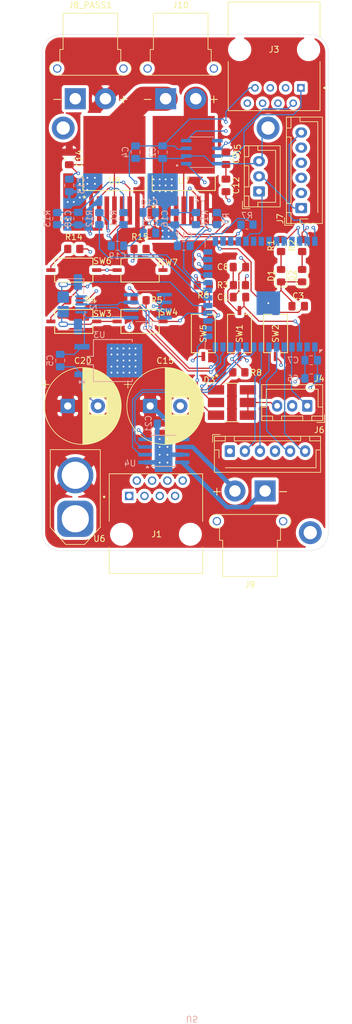
<source format=kicad_pcb>
(kicad_pcb (version 20240108) (generator "pcbnew") (generator_version "8.0")
  (layers (0 "F.Cu" signal) (1 "In1.Cu" signal) (2 "In2.Cu" signal) (31 "B.Cu" signal) (34 "B.Paste" user) (35 "F.Paste" user) (36 "B.SilkS" user "B.Silkscreen") (37 "F.SilkS" user "F.Silkscreen") (38 "B.Mask" user) (39 "F.Mask" user) (44 "Edge.Cuts" user))
  (net 0 "")
  (net 1 "GND")
  (net 2 "EN_PB")
  (net 3 "+5V")
  (net 4 "GPIO_0")
  (net 5 "+3.3V")
  (net 6 "+24V")
  (net 7 "J1+")
  (net 8 "J1-")
  (net 9 "Net-(U7-IS)")
  (net 10 "Net-(U7-SR)")
  (net 11 "Net-(U8-IS)")
  (net 12 "Net-(U8-SR)")
  (net 13 "Net-(D1-A)")
  (net 14 "Net-(D2-A)")
  (net 15 "LED_G")
  (net 16 "Net-(D3-Pad1)")
  (net 17 "LED_B")
  (net 20 "CANH")
  (net 21 "CANL")
  (net 25 "USB_P")
  (net 26 "USB_N")
  (net 31 "ENC_PWM_J0")
  (net 32 "ENC_PWM_J1")
  (net 33 "CS_ENC_J0")
  (net 34 "SCK")
  (net 35 "MOSI")
  (net 36 "MISO")
  (net 37 "J0-")
  (net 38 "J0+")
  (net 39 "LED_BUILDIN")
  (net 40 "PB_FWD_J0")
  (net 41 "PB_REV_J0")
  (net 42 "PB_CALIB")
  (net 43 "Net-(U7-IN)")
  (net 44 "J1_IN_1")
  (net 45 "LED_R")
  (net 46 "J1_EN_1")
  (net 47 "Net-(U7-EN_(INH))")
  (net 48 "Net-(U8-IN)")
  (net 49 "J1_IN_2")
  (net 50 "J1_EN_2")
  (net 51 "Net-(U8-EN_(INH))")
  (net 53 "RXC")
  (net 54 "TXC")
  (net 56 "J0_IN_2")
  (net 57 "J0_IN_1")
  (net 69 "PB_FWD_J1")
  (net 70 "PB_REV_J1")
  (footprint "Capacitor_SMD:C_0805_2012Metric_Pad1.18x1.45mm_HandSolder" (layer "F.Cu") (at 43 38.5 -90)
    (property "Reference" "C9")
    (property "Value" "220nF")
  )
  (footprint "LED_SMD:LED_0805_2012Metric_Pad1.15x1.40mm_HandSolder" (layer "F.Cu") (at 52.15 57.95 90)
    (property "Reference" "D1")
    (property "Value" "R")
  )
  (footprint "54601-908WPLF:AMPHENOL_54601-908WPLF" (layer "F.Cu") (at 51 20.5 180)
    (property "Reference" "J3")
    (property "Value" "RJ45")
  )
  (footprint "TS09_63_25_WT_160_SMT_TR:SW_TS09-63-25_CUD" (layer "F.Cu") (at 17.75 57.025 180)
    (property "Reference" "SW6")
    (property "Value" "TS09-63-25-WT-160-SMT-TR")
  )
  (footprint "TS09_63_25_WT_160_SMT_TR:SW_TS09-63-25_CUD" (layer "F.Cu") (at 39.25 67.525 90)
    (property "Reference" "SW5")
    (property "Value" "TS09-63-25-WT-160-SMT-TR")
  )
  (footprint "Resistor_SMD:R_0805_2012Metric_Pad1.20x1.40mm_HandSolder" (layer "F.Cu") (at 39.25 59.525 180)
    (property "Reference" "R6")
    (property "Value" "3.3")
  )
  (footprint "LED_SMD:LED_0805_2012Metric_Pad1.15x1.40mm_HandSolder" (layer "F.Cu") (at 55.65 57.95 90)
    (property "Reference" "D2")
    (property "Value" "R")
  )
  (footprint "Capacitor_SMD:C_0805_2012Metric_Pad1.18x1.45mm_HandSolder" (layer "F.Cu") (at 45.25 56.525)
    (property "Reference" "C8")
    (property "Value" "1uF")
  )
  (footprint "Resistor_SMD:R_0805_2012Metric_Pad1.20x1.40mm_HandSolder" (layer "F.Cu") (at 45.25 59.525 180)
    (property "Reference" "R3")
    (property "Value" "10K")
  )
  (footprint "Connector_JST:JST_XH_B6B-XH-AM_1x06_P2.50mm_Vertical" (layer "F.Cu") (at 43.65 87)
    (property "Reference" "J6")
    (property "Value" "~")
  )
  (footprint "Capacitor_SMD:C_0805_2012Metric_Pad1.18x1.45mm_HandSolder" (layer "F.Cu") (at 43 43 -90)
    (property "Reference" "C12")
    (property "Value" "220nF")
  )
  (footprint "Connector_AMASS:AMASS_XT60-M_1x02_P7.20mm_Vertical" (layer "F.Cu") (at 18 98.2 90)
    (property "Reference" "U6")
    (property "Value" "~")
  )
  (footprint "footprints:PG-TO263-7-1_INF-M" (layer "F.Cu") (at 36 39)
    (property "Reference" "U7")
    (property "Value" "BTN8962TA")
  )
  (footprint "TS09_63_25_WT_160_SMT_TR:SW_TS09-63-25_CUD" (layer "F.Cu") (at 28.75 57.025)
    (property "Reference" "SW7")
    (property "Value" "TS09-63-25-WT-160-SMT-TR")
  )
  (footprint "CLP6C-FKB-CKNPRGJBB7A363:CLP6C-FKB-CKNPRGJBB7A363_CRE" (layer "F.Cu") (at 44 78.95)
    (property "Reference" "D3")
    (property "Value" "CLP6C-FKB-CKNPRGJBB7A363")
  )
  (footprint "footprints:PG-TO263-7-1_INF-M" (layer "F.Cu") (at 24.5 39)
    (property "Reference" "U8")
    (property "Value" "BTN8962TA")
  )
  (footprint "Resistor_SMD:R_0805_2012Metric_Pad1.20x1.40mm_HandSolder" (layer "F.Cu") (at 17.75 53.525 180)
    (property "Reference" "R14")
    (property "Value" "3.3k")
  )
  (footprint "Connector_JST:JST_XH_B6B-XH-AM_1x06_P2.50mm_Vertical" (layer "F.Cu") (at 55.5 46.75 90)
    (property "Reference" "J7")
    (property "Value" "~")
  )
  (footprint "Connector_AMASS:AMASS_XT30PW-F_1x02_P2.50mm_Horizontal" (layer "F.Cu") (at 33 28.65)
    (property "Reference" "J10")
    (property "Value" "XT30PW-F")
  )
  (footprint "Resistor_SMD:R_0805_2012Metric_Pad1.20x1.40mm_HandSolder" (layer "F.Cu") (at 55.65 52.95 90)
    (property "Reference" "R2")
    (property "Value" "1k")
  )
  (footprint "TS09_63_25_WT_160_SMT_TR:SW_TS09-63-25_CUD" (layer "F.Cu") (at 45.25 67.525 90)
    (property "Reference" "SW1")
    (property "Value" "TS09-63-25-WT-160-SMT-TR")
  )
  (footprint "MountingHole:MountingHole_2.2mm_M2_DIN965_Pad_TopBottom" (layer "F.Cu") (at 56.999999 100.499999)
    (property "Reference" "H3" (hide yes))
    (property "Value" "MountingHole_Pad")
  )
  (footprint "Capacitor_THT:CP_Radial_D12.5mm_P5.00mm" (layer "F.Cu") (at 16.75 79.525)
    (property "Reference" "C20")
    (property "Value" "470uF")
  )
  (footprint "Capacitor_SMD:C_0805_2012Metric_Pad1.18x1.45mm_HandSolder" (layer "F.Cu") (at 17 38.5375 -90)
    (property "Reference" "C14")
    (property "Value" "220nF")
  )
  (footprint "Capacitor_SMD:C_0805_2012Metric_Pad1.18x1.45mm_HandSolder" (layer "F.Cu") (at 45.25 61.5)
    (property "Reference" "C1")
    (property "Value" "100nF")
  )
  (footprint "Capacitor_THT:CP_Radial_D12.5mm_P5.00mm" (layer "F.Cu") (at 30.426041 79.525)
    (property "Reference" "C15")
    (property "Value" "470uF")
  )
  (footprint "MountingHole:MountingHole_2.2mm_M2_DIN965_Pad_TopBottom" (layer "F.Cu") (at 16 33.5)
    (property "Reference" "H1" (hide yes))
    (property "Value" "MountingHole_Pad")
  )
  (footprint "TS09_63_25_WT_160_SMT_TR:SW_TS09-63-25_CUD" (layer "F.Cu") (at 28.75 65.525)
    (property "Reference" "SW4")
    (property "Value" "TS09-63-25-WT-160-SMT-TR")
  )
  (footprint "TS09_63_25_WT_160_SMT_TR:SW_TS09-63-25_CUD" (layer "F.Cu") (at 17.75 65.525 180)
    (property "Reference" "SW3")
    (property "Value" "TS09-63-25-WT-160-SMT-TR")
  )
  (footprint "Capacitor_SMD:C_0805_2012Metric_Pad1.18x1.45mm_HandSolder" (layer "F.Cu") (at 55 63)
    (property "Reference" "C3")
    (property "Value" "100nF")
  )
  (footprint "Resistor_SMD:R_0805_2012Metric_Pad1.20x1.40mm_HandSolder" (layer "F.Cu") (at 28.75 62.025 180)
    (property "Reference" "R5")
    (property "Value" "3.3k")
  )
  (footprint "MountingHole:MountingHole_2.2mm_M2_DIN965_Pad_TopBottom" (layer "F.Cu") (at 50 33.5)
    (property "Reference" "H2" (hide yes))
    (property "Value" "MountingHole_Pad")
  )
  (footprint "TS09_63_25_WT_160_SMT_TR:SW_TS09-63-25_CUD" (layer "F.Cu") (at 51.25 67.525 90)
    (property "Reference" "SW2")
    (property "Value" "TS09-63-25-WT-160-SMT-TR")
  )
  (footprint "A-2014-2-4-N-T-R:ASSMANN_A-2014-2-4-N-T-R" (layer "F.Cu") (at 31.3875 100.77)
    (property "Reference" "J1")
    (property "Value" "RJ45")
  )
  (footprint "Resistor_SMD:R_0805_2012Metric_Pad1.20x1.40mm_HandSolder" (layer "F.Cu") (at 28.75 53.525 180)
    (property "Reference" "R15")
    (property "Value" "3.3k")
  )
  (footprint "Resistor_SMD:R_0805_2012Metric_Pad1.20x1.40mm_HandSolder" (layer "F.Cu") (at 52.15 52.95 90)
    (property "Reference" "R1")
    (property "Value" "1k")
  )
  (footprint "Connector_AMASS:AMASS_XT30PW-F_1x02_P2.50mm_Horizontal" (layer "F.Cu") (at 18 28.65)
    (property "Reference" "J8_PASS1")
    (property "Value" "XT30PW-F")
  )
  (footprint "Connector_JST:JST_XH_B3B-XH-A_1x03_P2.50mm_Vertical" (layer "F.Cu") (at 56.5 79.5 180)
    (property "Reference" "J4")
    (property "Value" "B3B-XH-A_LF__SN_")
  )
  (footprint "Connector_AMASS:AMASS_XT30PW-F_1x02_P2.50mm_Horizontal" (layer "F.Cu") (at 49.5 93.6 180)
    (property "Reference" "J9")
    (property "Value" "XT30PW-F")
  )
  (footprint "Connector_JST:JST_XH_B3B-XH-A_1x03_P2.50mm_Vertical" (layer "F.Cu") (at 48.5 44 90)
    (property "Reference" "J5")
    (property "Value" "B3B-XH-A_LF__SN_")
  )
  (footprint "Resistor_SMD:R_0805_2012Metric_Pad1.20x1.40mm_HandSolder" (layer "F.Cu") (at 17.75 62.025 180)
    (property "Reference" "R4")
    (property "Value" "3.3k")
  )
  (footprint "Resistor_SMD:R_0805_2012Metric_Pad1.20x1.40mm_HandSolder" (layer "F.Cu") (at 45.15 73.95)
    (property "Reference" "R8")
    (property "Value" "68")
  )
  (footprint "Capacitor_SMD:C_0805_2012Metric_Pad1.18x1.45mm_HandSolder" (layer "B.Cu") (at 15.5 72 -90)
    (property "Reference" "C5")
    (property "Value" "10uF")
  )
  (footprint "TJA1050T_CM_118:SOIC127P600X175-8N" (layer "B.Cu") (at 39 37.5)
    (property "Reference" "U2")
    (property "Value" "TJA1050T_CM_118")
  )
  (footprint "Capacitor_SMD:C_0805_2012Metric_Pad1.18x1.45mm_HandSolder" (layer "B.Cu") (at 32.65 82.5 180)
    (property "Reference" "C21")
    (property "Value" "100nF")
  )
  (footprint "Capacitor_SMD:C_0805_2012Metric_Pad1.18x1.45mm_HandSolder" (layer "B.Cu") (at 32.5 37.5 -90)
    (property "Reference" "C2")
    (property "Value" "10uF")
  )
  (footprint "Resistor_SMD:R_0805_2012Metric_Pad1.20x1.40mm_HandSolder" (layer "B.Cu") (at 15 48.5 -90)
    (property "Reference" "R13")
    (property "Value" "1k")
  )
  (footprint "Connector_USB:USB_Micro-B_Amphenol_10118193-0001LF_Horizontal" (layer "B.Cu") (at 16 62.7 90)
    (property "Reference" "J2")
    (property "Value" "USB_B_Micro")
  )
  (footprint "Capacitor_SMD:C_0805_2012Metric_Pad1.18x1.45mm_HandSolder" (layer "B.Cu") (at 17 43 -90)
    (property "Reference" "C13")
    (property "Value" "220nF")
  )
  (footprint "RF_Module:ESP32-S3-WROOM-1" (layer "B.Cu") (at 52.5 61 90)
    (property "Reference" "U5")
    (property "Value" "ESP32-S3-WROOM-1")
  )
  (footprint "Capacitor_SMD:C_0805_2012Metric_Pad1.18x1.45mm_HandSolder" (layer "B.Cu") (at 30.314652 50.884945 180)
    (property "Reference" "C11")
    (property "Value" "100nF")
  )
  (footprint "Capacitor_SMD:C_0805_2012Metric_Pad1.18x1.45mm_HandSolder" (layer "B.Cu") (at 18.5 48.5 -90)
    (property "Reference" "C18")
    (property "Value" "1nF")
  )
  (footprint "Capacitor_SMD:C_0805_2012Metric_Pad1.18x1.45mm_HandSolder" (layer "B.Cu") (at 36 53 180)
    (property "Reference" "C17")
    (property "Value" "100nF")
  )
  (footprint "Capacitor_SMD:C_0805_2012Metric_Pad1.18x1.45mm_HandSolder" (layer "B.Cu") (at 28 37.5 -90)
    (property "Reference" "C4")
    (property "Value" "100nF")
  )
  (footprint "Capacitor_SMD:C_0805_2012Metric_Pad1.18x1.45mm_HandSolder" (layer "B.Cu") (at 57.15 71.95)
    (property "Reference" "C7")
    (property "Value" "100nF")
  )
  (footprint "Resistor_SMD:R_0805_2012Metric_Pad1.20x1.40mm_HandSolder" (layer "B.Cu") (at 41.53 48.5 -90)
    (property "Reference" "R9")
    (property "Value" "10k")
  )
  (footprint "Package_SO:Texas_HSOP-8-1EP_3.9x4.9mm_P1.27mm_ThermalVias" (layer "B.Cu") (at 32.65 86.95)
    (property "Reference" "U4")
    (property "Value" "~")
  )
  (footprint "Capacitor_SMD:C_0805_2012Metric_Pad1.18x1.45mm_HandSolder" (layer "B.Cu") (at 25 53)
    (property "Reference" "C19")
    (property "Value" "100nF")
  )
  (footprint "LDO_AZ1117ID-3.3TRG1:TO252-2_AZ1117ID-3.3TRG1_DIO" (layer "B.Cu") (at 24.2366 72 90)
    (property "Reference" "U3")
    (property "Value" "AZ1117ID-3.3TRG1")
  )
  (footprint "Capacitor_SMD:C_0805_2012Metric_Pad1.18x1.45mm_HandSolder" (layer "B.Cu") (at 57.15 74.95)
    (property "Reference" "C6")
    (property "Value" "22uF")
  )
  (footprint "Capacitor_SMD:C_0805_2012Metric_Pad1.18x1.45mm_HandSolder" (layer "B.Cu") (at 34.53 48.5 -90)
    (property "Reference" "C16")
    (property "Value" "1nF")
  )
  (footprint "Resistor_SMD:R_0805_2012Metric_Pad1.20x1.40mm_HandSolder" (layer "B.Cu") (at 38.03 48.5 -90)
    (property "Reference" "R10")
    (property "Value" "1k")
  )
  (footprint "Resistor_SMD:R_0805_2012Metric_Pad1.20x1.40mm_HandSolder" (layer "B.Cu") (at 26 48.5 -90)
    (property "Reference" "R11")
    (property "Value" "10k")
  )
  (footprint "Capacitor_SMD:C_0805_2012Metric_Pad1.18x1.45mm_HandSolder" (layer "B.Cu") (at 30.290181 47.5 180)
    (property "Reference" "C10")
    (property "Value" "100nF")
  )
  (footprint "Resistor_SMD:R_0805_2012Metric_Pad1.20x1.40mm_HandSolder" (layer "B.Cu") (at 22 48.5 -90)
    (property "Reference" "R12")
    (property "Value" "10k")
  )
  (footprint "Package_SO:SOIC-8-1EP_3.9x4.9mm_P1.27mm_EP2.29x3mm" (layer "B.Cu") (at 30 63)
    (property "Reference" "U1")
    (property "Value" "~")
  )
  (footprint "Resistor_SMD:R_0805_2012Metric_Pad1.20x1.40mm_HandSolder" (layer "B.Cu") (at 46.5 49.5)
    (property "Reference" "R7")
    (property "Value" "10k")
  )
  (gr_arc (start 57 18) (mid 59.12132 18.87868) (end 60 21) (stroke (width 0.05)) (layer "Edge.Cuts"))
  (gr_line (start 15.5 103.5) (end 57 103.5) (stroke (width 0.05)) (layer "Edge.Cuts"))
  (gr_line (start 57 18) (end 15.5 18) (stroke (width 0.05)) (layer "Edge.Cuts"))
  (gr_line (start 60 100.5) (end 60 21) (stroke (width 0.05)) (layer "Edge.Cuts"))
  (gr_arc (start 15.5 103.5) (mid 13.37868 102.62132) (end 12.5 100.5) (stroke (width 0.05)) (layer "Edge.Cuts"))
  (gr_arc (start 60 100.5) (mid 59.12132 102.62132) (end 57 103.5) (stroke (width 0.05)) (layer "Edge.Cuts"))
  (gr_line (start 12.5 21) (end 12.5 100.5) (stroke (width 0.05)) (layer "Edge.Cuts"))
  (gr_arc (start 12.5 21) (mid 13.37868 18.87868) (end 15.5 18) (stroke (width 0.05)) (layer "Edge.Cuts"))
  (gr_text "*" (at 19.5 45.25 0) (layer "F.SilkS") (effects (font (size 1 1))))
  (gr_text "*" (at 41.4727 74.8053 0) (layer "F.SilkS") (effects (font (size 1 1))))
  (segment (start 23.267836 57.025) (end 21.55365 57.025) (width 0.2) (layer "F.Cu") (net 1))
  (segment (start 20.5 51) (end 20.5 50) (width 0.2) (layer "F.Cu") (net 1))
  (segment (start 46.2875 55.7875) (end 45.5 55) (width 0.2) (layer "F.Cu") (net 1))
  (segment (start 20.5 50) (end 20.69 49.81) (width 0.2) (layer "F.Cu") (net 1))
  (segment (start 45.82865 71.32865) (end 46.5 72) (width 0.2) (layer "F.Cu") (net 1))
  (segment (start 52.15 72.22865) (end 51.25 71.32865) (width 0.2) (layer "F.Cu") (net 1))
  (segment (start 45.25 71.32865) (end 45.82865 71.32865) (width 0.2) (layer "F.Cu") (net 1))
  (segment (start 43 44.0375) (end 43 45) (width 0.2) (layer "F.Cu") (net 1))
  (segment (start 24.94635 65.525) (end 21.55365 65.525) (width 0.2) (layer "F.Cu") (net 1))
  (segment (start 53.9625 62.2025) (end 52.15 60.39) (width 0.2) (layer "F.Cu") (net 1))
  (segment (start 46.2875 56.525) (end 45.15 57.6625) (width 0.2) (layer "F.Cu") (net 1))
  (segment (start 52.15 58.975) (end 52.15 60.39) (width 0.2) (layer "F.Cu") (net 1))
  (segment (start 51.5 79.5) (end 51 79.5) (width 0.2) (layer "F.Cu") (net 1))
  (segment (start 20.69 49.81) (end 20.69 47.1583) (width 0.2) (layer "F.Cu") (net 1))
  (segment (start 47.2977 78.95) (end 47.95 78.95) (width 0.2) (layer "F.Cu") (net 1))
  (segment (start 46.6477 78.95) (end 46.6477 81.049998) (width 0.2) (layer "F.Cu") (net 1))
  (segment (start 45.15 60.5625) (end 44.2125 61.5) (width 0.2) (layer "F.Cu") (net 1))
  (segment (start 52.15 72.75) (end 52.15 72.22865) (width 0.2) (layer "F.Cu") (net 1))
  (segment (start 55.65 58.975) (end 52.15 58.975) (width 0.2) (layer "F.Cu") (net 1))
  (segment (start 38.17135 71.32865) (end 37.5 72) (width 0.2) (layer "F.Cu") (net 1))
  (segment (start 43 45) (end 43.5 45.5) (width 0.2) (layer "F.Cu") (net 1))
  (segment (start 45.15 57.6625) (end 45.15 60.5625) (width 0.2) (layer "F.Cu") (net 1))
  (segment (start 51 79.5) (end 50.45 78.95) (width 0.2) (layer "F.Cu") (net 1))
  (segment (start 46.6477 78.95) (end 46.6477 76.849999) (width 0.2) (layer "F.Cu") (net 1))
  (segment (start 39.25 71.32865) (end 38.17135 71.32865) (width 0.2) (layer "F.Cu") (net 1))
  (segment (start 53.9625 63) (end 53.9625 62.2025) (width 0.2) (layer "F.Cu") (net 1))
  (segment (start 23.267836 57.025) (end 24.94635 57.025) (width 0.2) (layer "F.Cu") (net 1))
  (segment (start 46.2875 56.525) (end 46.2875 55.7875) (width 0.2) (layer "F.Cu") (net 1))
  (segment (start 21.025 65.525) (end 20.55 66) (width 0.2) (layer "F.Cu") (net 1))
  (segment (start 52.15 60.39) (end 50.04 62.5) (width 0.2) (layer "F.Cu") (net 1))
  (segment (start 20.55 66) (end 16 66) (width 0.2) (layer "F.Cu") (net 1))
  (segment (start 50.45 78.95) (end 46.6477 78.95) (width 0.2) (layer "F.Cu") (net 1))
  (segment (start 21.55365 65.525) (end 21.025 65.525) (width 0.2) (layer "F.Cu") (net 1))
  (via (at 20 43.75) (size 0.6) (drill 0.3) (layers "F.Cu" "B.Cu") (net 1))
  (via (at 32.5 50.5) (size 0.6) (drill 0.3) (layers "F.Cu" "B.Cu") (net 1))
  (via (at 17.75 45.75) (size 0.6) (drill 0.3) (layers "F.Cu" "B.Cu") (net 1))
  (via (at 18.75 45) (size 0.6) (drill 0.3) (layers "F.Cu" "B.Cu") (net 1))
  (via (at 32 44) (size 0.6) (drill 0.3) (layers "F.Cu" "B.Cu") (net 1))
  (via (at 23.267836 57.025) (size 0.6) (drill 0.3) (layers "F.Cu" "B.Cu") (net 1))
  (via (at 46.5 72) (size 0.6) (drill 0.3) (layers "F.Cu" "B.Cu") (net 1))
  (via (at 33 43) (size 0.6) (drill 0.3) (layers "F.Cu" "B.Cu") (net 1))
  (via (at 33.5 51.5) (size 0.6) (drill 0.3) (layers "F.Cu" "B.Cu") (net 1))
  (via (at 50.04 62.5) (size 0.6) (drill 0.3) (layers "F.Cu" "B.Cu") (net 1))
  (via (at 34 42) (size 0.6) (drill 0.3) (layers "F.Cu" "B.Cu") (net 1))
  (via (at 16.75 48.75) (size 0.6) (drill 0.3) (layers "F.Cu" "B.Cu") (net 1))
  (via (at 31 44) (size 0.6) (drill 0.3) (layers "F.Cu" "B.Cu") (net 1))
  (via (at 20 42.75) (size 0.6) (drill 0.3) (layers "F.Cu" "B.Cu") (net 1))
  (via (at 18.75 42.75) (size 0.6) (drill 0.3) (layers "F.Cu" "B.Cu") (net 1))
  (via (at 43.5 45.5) (size 0.6) (drill 0.3) (layers "F.Cu" "B.Cu") (net 1))
  (via (at 18.75 43.75) (size 0.6) (drill 0.3) (layers "F.Cu" "B.Cu") (net 1))
  (via (at 31 45) (size 0.6) (drill 0.3) (layers "F.Cu" "B.Cu") (net 1))
  (via (at 31 46) (size 0.6) (drill 0.3) (layers "F.Cu" "B.Cu") (net 1))
  (via (at 33 42) (size 0.6) (drill 0.3) (layers "F.Cu" "B.Cu") (net 1))
  (via (at 20 41.75) (size 0.6) (drill 0.3) (layers "F.Cu" "B.Cu") (net 1))
  (via (at 32.5 51.5) (size 0.6) (drill 0.3) (layers "F.Cu" "B.Cu") (net 1))
  (via (at 57 76.5) (size 0.6) (drill 0.3) (layers "F.Cu" "B.Cu") (net 1))
  (via (at 45.5 55) (size 0.6) (drill 0.3) (layers "F.Cu" "B.Cu") (net 1))
  (via (at 31 43) (size 0.6) (drill 0.3) (layers "F.Cu" "B.Cu") (net 1))
  (via (at 31 63) (size 0.6) (drill 0.3) (layers "F.Cu" "B.Cu") (net 1))
  (via (at 32 43) (size 0.6) (drill 0.3) (layers "F.Cu" "B.Cu") (net 1))
  (via (at 16.75 45.75) (size 0.6) (drill 0.3) (layers "F.Cu" "B.Cu") (net 1))
  (via (at 37.5 72) (size 0.6) (drill 0.3) (layers "F.Cu" "B.Cu") (net 1))
  (via (at 21.25 41.75) (size 0.6) (drill 0.3) (layers "F.Cu" "B.Cu") (net 1))
  (via (at 34 43) (size 0.6) (drill 0.3) (layers "F.Cu" "B.Cu") (net 1))
  (via (at 52.15 72.75) (size 0.6) (drill 0.3) (layers "F.Cu" "B.Cu") (net 1))
  (via (at 33 44) (size 0.6) (drill 0.3) (layers "F.Cu" "B.Cu") (net 1))
  (via (at 57.5 50) (size 0.6) (drill 0.3) (layers "F.Cu" "B.Cu") (net 1))
  (via (at 33.5 50.5) (size 0.6) (drill 0.3) (layers "F.Cu" "B.Cu") (net 1))
  (via (at 34 44) (size 0.6) (drill 0.3) (layers "F.Cu" "B.Cu") (net 1))
  (via (at 16.75 50) (size 0.6) (drill 0.3) (layers "F.Cu" "B.Cu") (net 1))
  (via (at 21.25 42.75) (size 0.6) (drill 0.3) (layers "F.Cu" "B.Cu") (net 1))
  (via (at 20.5 51) (size 0.6) (drill 0.3) (layers "F.Cu" "B.Cu") (net 1))
  (via (at 31 42) (size 0.6) (drill 0.3) (layers "F.Cu" "B.Cu") (net 1))
  (via (at 32 42) (size 0.6) (drill 0.3) (layers "F.Cu" "B.Cu") (net 1))
  (segment (start 32.7625 64.905) (end 32.7625 63.635) (width 0.2) (layer "B.Cu") (net 1))
  (segment (start 19.0375 49.5375) (end 20.5 51) (width 0.2) (layer "B.Cu") (net 1))
  (segment (start 49 34.5) (end 50 33.5) (width 0.2) (layer "B.Cu") (net 1))
  (segment (start 31.6125 84.6125) (end 32 85) (width 0.2) (layer "B.Cu") (net 1))
  (segment (start 57.76 71.5225) (end 58.1875 71.95) (width 0.2) (layer "B.Cu") (net 1))
  (segment (start 15.5 49.5) (end 15.5375 49.5375) (width 0.2) (layer "B.Cu") (net 1))
  (segment (start 29.5875 88.855) (end 31.955 88.855) (width 0.75) (layer "B.Cu") (net 1))
  (segment (start 15.5375 49.5375) (end 18.5 49.5375) (width 0.2) (layer "B.Cu") (net 1))
  (segment (start 32.7625 62.365) (end 32.7625 61.095) (width 0.2) (layer "B.Cu") (net 1))
  (segment (start 32.76 87.585) (end 32.65 87.475) (width 0.75) (layer "B.Cu") (net 1))
  (segment (start 15.75 61.5) (end 15.75 59.4) (width 0.2) (layer "B.Cu") (net 1))
  (segment (start 29.277152 50.884945) (end 29.277152 47.524471) (width 0.2) (layer "B.Cu") (net 1))
  (segment (start 15.75 59.4) (end 17.8 59.4) (width 0.2) (layer "B.Cu") (net 1))
  (segment (start 32.1275 63) (end 31 63) (width 0.2) (layer "B.Cu") (net 1))
  (segment (start 34.074774 51.314343) (end 34.9625 52.202069) (width 0.2) (layer "B.Cu") (net 1))
  (segment (start 31.6125 85.9125) (end 32.65 86.95) (width 0.75) (layer "B.Cu") (net 1))
  (segment (start 30.5 46) (end 31 46) (width 0.2) (layer "B.Cu") (net 1))
  (segment (start 31.6125 82.5) (end 31.6125 85.9125) (width 0.75) (layer "B.Cu") (net 1))
  (segment (start 17.8 59.4) (end 18.2 59) (width 0.2) (layer "B.Cu") (net 1))
  (segment (start 48.595 39.405) (end 49 39) (width 0.2) (layer "B.Cu") (net 1))
  (segment (start 37.9925 49.5375) (end 38.03 49.5) (width 0.2) (layer "B.Cu") (net 1))
  (segment (start 32.7625 63.635) (end 32.1275 63) (width 0.2) (layer "B.Cu") (net 1))
  (segment (start 58.1875 74.95) (end 58.1875 75.3125) (width 0.2) (layer "B.Cu") (net 1))
  (segment (start 36.0125 38.5375) (end 36.415 38.135) (width 0.2) (layer "B.Cu") (net 1))
  (segment (start 29.252681 47.247319) (end 30.5 46) (width 0.2) (layer "B.Cu") (net 1))
  (segment (start 35.7625 87.585) (end 32.76 87.585) (width 0.75) (layer "B.Cu") (net 1))
  (segment (start 26.0375 53) (end 27.162097 53) (width 0.2) (layer "B.Cu") (net 1))
  (segment (start 15.75 66) (end 15.75 63.9) (width 0.2) (layer "B.Cu") (net 1))
  (segment (start 32.5 38.5375) (end 36.0125 38.5375) (width 0.2) (layer "B.Cu") (net 1))
  (segment (start 18.05 66) (end 15.75 66) (width 0.2) (layer "B.Cu") (net 1))
  (segment (start 57.76 50.26) (end 57.76 52.25) (width 0.2) (layer "B.Cu") (net 1))
  (segment (start 49 39) (end 49 34.5) (width 0.2) (layer "B.Cu") (net 1))
  (segment (start 17.8573 73.0375) (end 19.1058 74.286) (width 0.2) (layer "B.Cu") (net 1))
  (segment (start 19.1058 74.286) (end 19.1058 76.8808) (width 0.2) (layer "B.Cu") (net 1))
  (segment (start 18.45 66.4) (end 18.05 66) (width 0.2) (layer "B.Cu") (net 1))
  (segment (start 28 38.5375) (end 32.5 38.5375) (width 0.2) (layer "B.Cu") (net 1))
  (segment (start 19.1058 76.8808) (end 21.75 79.525) (width 0.2) (layer "B.Cu") (net 1))
  (segment (start 27.162097 53) (end 29.277152 50.884945) (width 0.2) (layer "B.Cu") (net 1))
  (segment (start 39.440001 38.135) (end 40.710001 39.405) (width 0.2) (layer "B.Cu") (net 1))
  (segment (start 33.315 87.585) (end 33.3 87.6) (width 0.2) (layer "B.Cu") (net 1))
  (segment (start 15.5 73.0375) (end 17.8573 73.0375) (width 0.2) (layer "B.Cu") (net 1))
  (segment (start 34.9625 52.202069) (end 34.9625 53) (width 0.2) (layer "B.Cu") (net 1))
  (segment (start 57.5 50) (end 57.76 50.26) (width 0.2) (layer "B.Cu") (net 1))
  (segment (start 18.2 60.85) (end 18.75 61.4) (width 0.2) (layer "B.Cu") (net 1))
  (segment (start 32.5 38.5375) (end 32.5 42) (width 0.2) (layer "B.Cu") (net 1))
  (segment (start 34.53 49.5375) (end 37.9925 49.5375) (width 0.2) (layer "B.Cu") (net 1))
  (segment (start 18.5 49.5375) (end 19.0375 49.5375) (width 0.2) (layer "B.Cu") (net 1))
  (segment (start 29.252681 47.5) (end 29.252681 47.247319) (width 0.2) (layer "B.Cu") (net 1))
  (segment (start 40.710001 39.405) (end 41.585 39.405) (width 0.2) (layer "B.Cu") (net 1))
  (segment (start 31.955 88.855) (end 32 88.9) (width 0.75) (layer "B.Cu") (net 1))
  (segment (start 58.1875 71.95) (end 58.1875 74.95) (width 0.2) (layer "B.Cu") (net 1))
  (segment (start 57.76 69.75) (end 57.76 71.5225) (width 0.2) (layer "B.Cu") (net 1))
  (segment (start 58.1875 75.3125) (end 57 76.5) (width 0.2) (layer "B.Cu") (net 1))
  (segment (start 15 49.5) (end 15.5 49.5) (width 0.2) (layer "B.Cu") (net 1))
  (segment (start 41.585 39.405) (end 48.595 39.405) (width 0.2) (layer "B.Cu") (net 1))
  (segment (start 29.277152 47.524471) (end 29.252681 47.5) (width 0.2) (layer "B.Cu") (net 1))
  (segment (start 36.415 38.135) (end 39.440001 38.135) (width 0.2) (layer "B.Cu") (net 1))
  (segment (start 32.1275 63) (end 32.7625 62.365) (width 0.2) (layer "B.Cu") (net 1))
  (segment (start 18.2 59) (end 18.2 60.85) (width 0.2) (layer "B.Cu") (net 1))
  (segment (start 46 61.7875) (end 46.2875 61.5) (width 0.2) (layer "F.Cu") (net 2))
  (segment (start 48.5 65.5) (end 54.5 65.5) (width 0.2) (layer "F.Cu") (net 2))
  (segment (start 45.25 63.72135) (end 45.27865 63.72135) (width 0.2) (layer "F.Cu") (net 2))
  (segment (start 43.325 62.209744) (end 44.836606 63.72135) (width 0.2) (layer "F.Cu") (net 2))
  (segment (start 43.325 60.45) (end 43.325 62.209744) (width 0.2) (layer "F.Cu") (net 2))
  (segment (start 46 63) (end 46 61.7875) (width 0.2) (layer "F.Cu") (net 2))
  (segment (start 44.2125 59.4875) (end 44.25 59.525) (width 0.2) (layer "F.Cu") (net 2))
  (segment (start 46 63) (end 48.5 65.5) (width 0.2) (layer "F.Cu") (net 2))
  (segment (start 44.836606 63.72135) (end 45.25 63.72135) (width 0.2) (layer "F.Cu") (net 2))
  (segment (start 44.25 59.525) (end 43.325 60.45) (width 0.2) (layer "F.Cu") (net 2))
  (segment (start 45.27865 63.72135) (end 46 63) (width 0.2) (layer "F.Cu") (net 2))
  (segment (start 44.2125 56.525) (end 44.2125 59.4875) (width 0.2) (layer "F.Cu") (net 2))
  (via (at 54.5 65.5) (size 0.6) (drill 0.3) (layers "F.Cu" "B.Cu") (net 2))
  (segment (start 55.22 66.22) (end 55.22 69.75) (width 0.2) (layer "B.Cu") (net 2))
  (segment (start 54.5 65.5) (end 55.22 66.22) (width 0.2) (layer "B.Cu") (net 2))
  (via (at 27 66.5) (size 0.6) (drill 0.3) (layers "F.Cu" "B.Cu") (net 3))
  (via (at 43 32.5) (size 0.6) (drill 0.3) (layers "F.Cu" "B.Cu") (net 3))
  (via (at 28 42.5) (size 0.6) (drill 0.3) (layers "F.Cu" "B.Cu") (net 3))
  (segment (start 56.49 52.25) (end 56.49 50.99) (width 0.2) (layer "B.Cu") (net 3))
  (segment (start 19.905 64.905) (end 27.2625 64.905) (width 0.2) (layer "B.Cu") (net 3))
  (segment (start 54.25 46.75) (end 55.5 46.75) (width 0.2) (layer "B.Cu") (net 3))
  (segment (start 27 66) (end 27.5 65.5) (width 0.2) (layer "B.Cu") (net 3))
  (segment (start 19.5 65.31) (end 19.5 69.3198) (width 0.2) (layer "B.Cu") (net 3))
  (segment (start 28 36.4625) (end 32.5 36.4625) (width 0.2) (layer "B.Cu") (net 3))
  (segment (start 48.5 41.5) (end 49 41.5) (width 0.2) (layer "B.Cu") (net 3))
  (segment (start 55.9 49.4) (end 55.25 48.75) (width 0.2) (layer "B.Cu") (net 3))
  (segment (start 36.9625 32) (end 32.5 36.4625) (width 0.2) (layer "B.Cu") (net 3))
  (segment (start 27.5 65.5) (end 27.5 65.1425) (width 0.2) (layer "B.Cu") (net 3))
  (segment (start 26.975 37.4875) (end 28 36.4625) (width 0.2) (layer "B.Cu") (net 3))
  (segment (start 36.28 37) (end 36.415 36.865) (width 0.2) (layer "B.Cu") (net 3))
  (segment (start 27 66.5) (end 27 66) (width 0.2) (layer "B.Cu") (net 3))
  (segment (start 32.5 36.4625) (end 34.4625 36.4625) (width 0.2) (layer "B.Cu") (net 3))
  (segment (start 26.975 41.475) (end 26.975 37.4875) (width 0.2) (layer "B.Cu") (net 3))
  (segment (start 15.5 70.9625) (end 17.8573 70.9625) (width 0.2) (layer "B.Cu") (net 3))
  (segment (start 18.75 64) (end 19 64) (width 0.2) (layer "B.Cu") (net 3))
  (segment (start 53.5 48) (end 53.5 36.25) (width 0.2) (layer "B.Cu") (net 3))
  (segment (start 19.5 69.3198) (end 19.1058 69.714) (width 0.2) (layer "B.Cu") (net 3))
  (segment (start 56.49 50.99) (end 55.9 50.4) (width 0.2) (layer "B.Cu") (net 3))
  (segment (start 54.25 48.75) (end 53.5 48) (width 0.2) (layer "B.Cu") (net 3))
  (segment (start 17.8573 70.9625) (end 19.1058 69.714) (width 0.2) (layer "B.Cu") (net 3))
  (segment (start 42.5 32) (end 36.9625 32) (width 0.2) (layer "B.Cu") (net 3))
  (segment (start 19 64) (end 19.905 64.905) (width 0.2) (layer "B.Cu") (net 3))
  (segment (start 49 41.5) (end 54.25 46.75) (width 0.2) (layer "B.Cu") (net 3))
  (segment (start 35 37) (end 36.28 37) (width 0.2) (layer "B.Cu") (net 3))
  (segment (start 27.5 65.1425) (end 27.2625 64.905) (width 0.2) (layer "B.Cu") (net 3))
  (segment (start 47.825 26.85) (end 46.928389 26.85) (width 0.2) (layer "B.Cu") (net 3))
  (segment (start 28 42.5) (end 26.975 41.475) (width 0.2) (layer "B.Cu") (net 3))
  (segment (start 55.25 48.75) (end 54.25 48.75) (width 0.2) (layer "B.Cu") (net 3))
  (segment (start 43 32.5) (end 42.5 32) (width 0.2) (layer "B.Cu") (net 3))
  (segment (start 43 30.778389) (end 43 32.5) (width 0.2) (layer "B.Cu") (net 3))
  (segment (start 34.4625 36.4625) (end 35 37) (width 0.2) (layer "B.Cu") (net 3))
  (segment (start 19.905 64.905) (end 19.5 65.31) (width 0.2) (layer "B.Cu") (net 3))
  (segment (start 55.9 50.4) (end 55.9 49.4) (width 0.2) (layer "B.Cu") (net 3))
  (segment (start 53.5 36.25) (end 55.5 34.25) (width 0.2) (layer "B.Cu") (net 3))
  (segment (start 46.928389 26.85) (end 43 30.778389) (width 0.2) (layer "B.Cu") (net 3))
  (segment (start 45 53.5) (end 42 53.5) (width 0.2) (layer "F.Cu") (net 4))
  (segment (start 55.0125 64.025) (end 51.55365 64.025) (width 0.2) (layer "F.Cu") (net 4))
  (segment (start 50.412821 63.72135) (end 47.175 60.483529) (width 0.2) (layer "F.Cu") (net 4))
  (segment (start 56.0375 63) (end 55.0125 64.025) (width 0.2) (layer "F.Cu") (net 4))
  (segment (start 47.175 60.483529) (end 47.175 55.675) (width 0.2) (layer "F.Cu") (net 4))
  (segment (start 47.175 55.675) (end 45 53.5) (width 0.2) (layer "F.Cu") (net 4))
  (segment (start 51.25 63.72135) (end 50.412821 63.72135) (width 0.2) (layer "F.Cu") (net 4))
  (segment (start 51.55365 64.025) (end 51.25 63.72135) (width 0.2) (layer "F.Cu") (net 4))
  (via (at 42 53.5) (size 0.6) (drill 0.3) (layers "F.Cu" "B.Cu") (net 4))
  (segment (start 41.25 52.75) (end 41.25 52.25) (width 0.2) (layer "B.Cu") (net 4))
  (segment (start 42 53.5) (end 41.25 52.75) (width 0.2) (layer "B.Cu") (net 4))
  (segment (start 27.75 53.525) (end 27.75 55.25) (width 0.2) (layer "F.Cu") (net 5))
  (segment (start 27.75 55.25) (end 27.5 55.5) (width 0.2) (layer "F.Cu") (net 5))
  (segment (start 21.5 60.5) (end 19.975 62.025) (width 0.2) (layer "F.Cu") (net 5))
  (segment (start 27.75 62.025) (end 27.75 60.75) (width 0.2) (layer "F.Cu") (net 5))
  (segment (start 55.65 50.85) (end 55.65 51.95) (width 0.2) (layer "F.Cu") (net 5))
  (segment (start 20.025 53.525) (end 20.5 54) (width 0.2) (layer "F.Cu") (net 5))
  (segment (start 19.975 62.025) (end 18.75 62.025) (width 0.2) (layer "F.Cu") (net 5))
  (segment (start 18.75 53.525) (end 20.025 53.525) (width 0.2) (layer "F.Cu") (net 5))
  (segment (start 38.25 59.525) (end 38.25 58.25) (width 0.2) (layer "F.Cu") (net 5))
  (segment (start 46.25 59.525) (end 46.25 58.25) (width 0.2) (layer "F.Cu") (net 5))
  (segment (start 56.5 50) (end 55.65 50.85) (width 0.2) (layer "F.Cu") (net 5))
  (segment (start 46.25 58.25) (end 46.5 58) (width 0.2) (layer "F.Cu") (net 5))
  (segment (start 27.75 60.75) (end 27 60) (width 0.2) (layer "F.Cu") (net 5))
  (segment (start 38.25 58.25) (end 38 58) (width 0.2) (layer "F.Cu") (net 5))
  (via (at 26 71) (size 0.6) (drill 0.3) (layers "F.Cu" "B.Cu") (net 5))
  (via (at 56.5 50) (size 0.6) (drill 0.3) (layers "F.Cu" "B.Cu") (net 5))
  (via (at 25 71) (size 0.6) (drill 0.3) (layers "F.Cu" "B.Cu") (net 5))
  (via (at 26 73) (size 0.6) (drill 0.3) (layers "F.Cu" "B.Cu") (net 5))
  (via (at 25 74) (size 0.6) (drill 0.3) (layers "F.Cu" "B.Cu") (net 5))
  (via (at 28 73) (size 0.6) (drill 0.3) (layers "F.Cu" "B.Cu") (net 5))
  (via (at 21.5 60.5) (size 0.6) (drill 0.3) (layers "F.Cu" "B.Cu") (net 5))
  (via (at 28.5 83.5) (size 0.6) (drill 0.3) (layers "F.Cu" "B.Cu") (net 5))
  (via (at 27.5 55.5) (size 0.6) (drill 0.3) (layers "F.Cu" "B.Cu") (net 5))
  (via (at 25 72) (size 0.6) (drill 0.3) (layers "F.Cu" "B.Cu") (net 5))
  (via (at 24 70) (size 0.6) (drill 0.3) (layers "F.Cu" "B.Cu") (net 5))
  (via (at 28 72) (size 0.6) (drill 0.3) (layers "F.Cu" "B.Cu") (net 5))
  (via (at 54.5 75.5) (size 0.6) (drill 0.3) (layers "F.Cu" "B.Cu") (net 5))
  (via (at 27 73) (size 0.6) (drill 0.3) (layers "F.Cu" "B.Cu") (net 5))
  (via (at 28 70) (size 0.6) (drill 0.3) (layers "F.Cu" "B.Cu") (net 5))
  (via (at 38 58) (size 0.6) (drill 0.3) (layers "F.Cu" "B.Cu") (net 5))
  (via (at 25 73) (size 0.6) (drill 0.3) (layers "F.Cu" "B.Cu") (net 5))
  (via (at 24 73) (size 0.6) (drill 0.3) (layers "F.Cu" "B.Cu") (net 5))
  (via (at 20.5 54) (size 0.6) (drill 0.3) (layers "F.Cu" "B.Cu") (net 5))
  (via (at 26 72) (size 0.6) (drill 0.3) (layers "F.Cu" "B.Cu") (net 5))
  (via (at 27 74) (size 0.6) (drill 0.3) (layers "F.Cu" "B.Cu") (net 5))
  (via (at 27 70) (size 0.6) (drill 0.3) (layers "F.Cu" "B.Cu") (net 5))
  (via (at 27 71) (size 0.6) (drill 0.3) (layers "F.Cu" "B.Cu") (net 5))
  (via (at 24 74) (size 0.6) (drill 0.3) (layers "F.Cu" "B.Cu") (net 5))
  (via (at 25 70) (size 0.6) (drill 0.3) (layers "F.Cu" "B.Cu") (net 5))
  (via (at 28 71) (size 0.6) (drill 0.3) (layers "F.Cu" "B.Cu") (net 5))
  (via (at 26 70) (size 0.6) (drill 0.3) (layers "F.Cu" "B.Cu") (net 5))
  (via (at 27 60) (size 0.6) (drill 0.3) (layers "F.Cu" "B.Cu") (net 5))
  (via (at 28 74) (size 0.6) (drill 0.3) (layers "F.Cu" "B.Cu") (net 5))
  (via (at 24 71) (size 0.6) (drill 0.3) (layers "F.Cu" "B.Cu") (net 5))
  (via (at 46.5 58) (size 0.6) (drill 0.3) (layers "F.Cu" "B.Cu") (net 5))
  (via (at 26 74) (size 0.6) (drill 0.3) (layers "F.Cu" "B.Cu") (net 5))
  (via (at 27 72) (size 0.6) (drill 0.3) (layers "F.Cu" "B.Cu") (net 5))
  (segment (start 56.1125 74.95) (end 55.05 74.95) (width 0.2) (layer "B.Cu") (net 5))
  (segment (start 29.5875 84.5875) (end 28.5 83.5) (width 0.2) (layer "B.Cu") (net 5))
  (segment (start 56.1125 74.95) (end 56.1125 71.95) (width 0.2) (layer "B.Cu") (net 5))
  (segment (start 55.05 74.95) (end 54.5 75.5) (width 0.2) (layer "B.Cu") (net 5))
  (segment (start 29.5875 85.045) (end 29.5875 84.5875) (width 0.2) (layer "B.Cu") (net 5))
  (segment (start 56.1125 71.95) (end 56.1125 70.1275) (width 0.2) (layer "B.Cu") (net 5))
  (segment (start 56.1125 70.1275) (end 56.49 69.75) (width 0.2) (layer "B.Cu") (net 5))
  (segment (start 43.5375 37.4625) (end 45 36) (width 0.2) (layer "F.Cu") (net 6))
  (segment (start 43 37.4625) (end 43.5375 37.4625) (width 0.2) (layer "F.Cu") (net 6))
  (via (at 30.261539 49.282742) (size 0.6) (drill 0.3) (layers "F.Cu" "B.Cu") (net 6))
  (segment (start 31.352152 50.373355) (end 30.261539 49.282742) (width 0.2) (layer "B.Cu") (net 6))
  (segment (start 33.6875 82.5) (end 34.75 82.5) (width 0.75) (layer "B.Cu") (net 6))
  (segment (start 31.327681 48.2166) (end 30.261539 49.282742) (width 0.2) (layer "B.Cu") (net 6))
  (segment (start 30.7125 79.525) (end 33.6875 82.5) (width 0.75) (layer "B.Cu") (net 6))
  (segment (start 30.426041 79.525) (end 30.7125 79.525) (width 0.75) (layer "B.Cu") (net 6))
  (segment (start 31.352152 50.884945) (end 31.352152 50.373355) (width 0.2) (layer "B.Cu") (net 6))
  (segment (start 31.327681 47.5) (end 31.327681 48.2166) (width 0.2) (layer "B.Cu") (net 6))
  (segment (start 35.7625 83.5125) (end 35.7625 85.045) (width 0.75) (layer "B.Cu") (net 6))
  (segment (start 34.75 82.5) (end 35.7625 83.5125) (width 0.75) (layer "B.Cu") (net 6))
  (segment (start 43 39.5375) (end 39.2588 39.5375) (width 0.2) (layer "F.Cu") (net 7))
  (segment (start 38 34.2787) (end 38 28.65) (width 4) (layer "F.Cu") (net 7))
  (segment (start 43 41.9625) (end 43 39.5375) (width 0.2) (layer "F.Cu") (net 7))
  (segment (start 36 47.1583) (end 36 36.2787) (width 0.2) (layer "F.Cu") (net 7))
  (segment (start 39.2588 39.5375) (end 36 36.2787) (width 0.2) (layer "F.Cu") (net 7))
  (segment (start 36 36.2787) (end 38 34.2787) (width 4) (layer "F.Cu") (net 7))
  (segment (start 17 39.575) (end 21.2037 39.575) (width 0.2) (layer "F.Cu") (net 8))
  (segment (start 24.5 36.2787) (end 24.5 33.4438) (width 4) (layer "F.Cu") (net 8))
  (segment (start 18.5 41) (end 18.425 41) (width 0.2) (layer "F.Cu") (net 8))
  (segment (start 24.5 47.1583) (end 24.5 36.2787) (width 0.2) (layer "F.Cu") (net 8))
  (segment (start 24.5 33.4438) (end 29.2938 28.65) (width 4) (layer "F.Cu") (net 8))
  (segment (start 21.2037 39.575) (end 24.5 36.2787) (width 0.2) (layer "F.Cu") (net 8))
  (segment (start 29.2938 28.65) (end 33 28.65) (width 4) (layer "F.Cu") (net 8))
  (segment (start 18.425 41) (end 17 39.575) (width 0.2) (layer "F.Cu") (net 8))
  (via (at 18.5 41) (size 0.6) (drill 0.3) (layers "F.Cu" "B.Cu") (net 8))
  (segment (start 18.5 41) (end 17.9625 41) (width 0.2) (layer "B.Cu") (net 8))
  (segment (start 17.9625 41) (end 17 41.9625) (width 0.2) (layer "B.Cu") (net 8))
  (segment (start 37 43.5) (end 38.54 45.04) (width 0.2) (layer "F.Cu") (net 9))
  (segment (start 38.54 45.04) (end 38.54 47.1583) (width 0.2) (layer "F.Cu") (net 9))
  (via (at 37 43.5) (size 0.6) (drill 0.3) (layers "F.Cu" "B.Cu") (net 9))
  (segment (start 36.5 44) (end 37 43.5) (width 0.2) (layer "B.Cu") (net 9))
  (segment (start 38.03 47.5) (end 36.5 47.5) (width 0.2) (layer "B.Cu") (net 9))
  (segment (start 34.5675 47.5) (end 34.53 47.4625) (width 0.2) (layer "B.Cu") (net 9))
  (segment (start 36.5 47.5) (end 36.5 44) (width 0.2) (layer "B.Cu") (net 9))
  (segment (start 36.5 47.5) (end 34.5675 47.5) (width 0.2) (layer "B.Cu") (net 9))
  (segment (start 40.296269 50.400789) (end 39.69548 49.8) (width 0.2) (layer "F.Cu") (net 10))
  (segment (start 37.27 49.211) (end 37.27 47.1583) (width 0.2) (layer "F.Cu") (net 10))
  (segment (start 39.69548 49.8) (end 37.859 49.8) (width 0.2) (layer "F.Cu") (net 10))
  (segment (start 37.859 49.8) (end 37.27 49.211) (width 0.2) (layer "F.Cu") (net 10))
  (via (at 40.296269 50.400789) (size 0.6) (drill 0.3) (layers "F.Cu" "B.Cu") (net 10))
  (segment (start 40.296269 50.400789) (end 39.636711 50.400789) (width 0.2) (layer "B.Cu") (net 10))
  (segment (start 39.636711 50.400789) (end 37.0375 53) (width 0.2) (layer "B.Cu") (net 10))
  (segment (start 26 42.5) (end 27.04 43.54) (width 0.2) (layer "F.Cu") (net 11))
  (segment (start 27.04 43.54) (end 27.04 47.1583) (width 0.2) (layer "F.Cu") (net 11))
  (via (at 26 42.5) (size 0.6) (drill 0.3) (layers "F.Cu" "B.Cu") (net 11))
  (segment (start 23.4625 42.5) (end 18.5 47.4625) (width 0.2) (layer "B.Cu") (net 11))
  (segment (start 15.0375 47.4625) (end 15 47.5) (width 0.2) (layer "B.Cu") (net 11))
  (segment (start 26 42.5) (end 23.4625 42.5) (width 0.2) (layer "B.Cu") (net 11))
  (segment (start 18.5 47.4625) (end 15.0375 47.4625) (width 0.2) (layer "B.Cu") (net 11))
  (segment (start 23.700003 51.1) (end 23.748529 51.1) (width 0.2) (layer "F.Cu") (net 12))
  (segment (start 25.77 49.078529) (end 25.77 47.1583) (width 0.2) (layer "F.Cu") (net 12))
  (segment (start 23.748529 51.1) (end 25.77 49.078529) (width 0.2) (layer "F.Cu") (net 12))
  (segment (start 23.5 51.300003) (end 23.700003 51.1) (width 0.2) (layer "F.Cu") (net 12))
  (via (at 23.5 51.300003) (size 0.6) (drill 0.3) (layers "F.Cu" "B.Cu") (net 12))
  (segment (start 23.5 51.300003) (end 23.9625 51.762503) (width 0.2) (layer "B.Cu") (net 12))
  (segment (start 23.9625 51.762503) (end 23.9625 53) (width 0.2) (layer "B.Cu") (net 12))
  (segment (start 52.15 53.95) (end 52.15 56.925) (width 0.2) (layer "F.Cu") (net 13))
  (segment (start 55.65 53.95) (end 55.65 56.925) (width 0.2) (layer "F.Cu") (net 14))
  (segment (start 39 76.25) (end 39 77.1753) (width 0.2) (layer "F.Cu") (net 15))
  (segment (start 40.7747 78.95) (end 41.3523 78.95) (width 0.2) (layer "F.Cu") (net 15))
  (segment (start 39 77.1753) (end 40.7747 78.95) (width 0.2) (layer "F.Cu") (net 15))
  (via (at 39 76.25) (size 0.6) (drill 0.3) (layers "F.Cu" "B.Cu") (net 15))
  (segment (start 42.75 71.74) (end 42.75 72.75) (width 0.2) (layer "B.Cu") (net 15))
  (segment (start 43.79 69.75) (end 43.79 70.7) (width 0.2) (layer "B.Cu") (net 15))
  (segment (start 39.25 76.25) (end 39 76.25) (width 0.2) (layer "B.Cu") (net 15))
  (segment (start 42.75 72.75) (end 39.25 76.25) (width 0.2) (layer "B.Cu") (net 15))
  (segment (start 43.79 70.7) (end 42.75 71.74) (width 0.2) (layer "B.Cu") (net 15))
  (segment (start 44.15 74.052302) (end 41.3523 76.850002) (width 0.2) (layer "F.Cu") (net 16))
  (segment (start 44.15 73.95) (end 43.976151 73.95) (width 0.2) (layer "F.Cu") (net 16))
  (segment (start 44.15 73.95) (end 44.15 74.052302) (width 0.2) (layer "F.Cu") (net 16))
  (segment (start 40.7747 81.050001) (end 38.25 78.525301) (width 0.2) (layer "F.Cu") (net 17))
  (segment (start 38.25 78.525301) (end 38.25 75.25) (width 0.2) (layer "F.Cu") (net 17))
  (segment (start 41.3523 81.050001) (end 40.7747 81.050001) (width 0.2) (layer "F.Cu") (net 17))
  (via (at 38.25 75.25) (size 0.6) (drill 0.3) (layers "F.Cu" "B.Cu") (net 17))
  (segment (start 38.25 69.735) (end 40 67.985) (width 0.2) (layer "B.Cu") (net 17))
  (segment (start 38.25 75.25) (end 38.25 69.735) (width 0.2) (layer "B.Cu") (net 17))
  (via (at 44.5 38.228112) (size 0.6) (drill 0.3) (layers "F.Cu" "B.Cu") (net 20))
  (segment (start 55.445 26.85) (end 55.445 30.055) (width 0.2) (layer "B.Cu") (net 20))
  (segment (start 55.445 30.055) (end 54.2 31.3) (width 0.2) (layer "B.Cu") (net 20))
  (segment (start 48.765686 31.3) (end 46 34.065686) (width 0.2) (layer "B.Cu") (net 20))
  (segment (start 46 36.5) (end 44.365 38.135) (width 0.2) (layer "B.Cu") (net 20))
  (segment (start 44.365 38.135) (end 41.585 38.135) (width 0.2) (layer "B.Cu") (net 20))
  (segment (start 46 34.065686) (end 46 36.5) (width 0.2) (layer "B.Cu") (net 20))
  (segment (start 54.2 31.3) (end 48.765686 31.3) (width 0.2) (layer "B.Cu") (net 20))
  (via (at 43 36) (size 0.6) (drill 0.3) (layers "F.Cu" "B.Cu") (net 21))
  (segment (start 49.176 30.324) (end 53.241 30.324) (width 0.2) (layer "B.Cu") (net 21))
  (segment (start 42.135 36.865) (end 41.585 36.865) (width 0.2) (layer "B.Cu") (net 21))
  (segment (start 43.5 36) (end 49.176 30.324) (width 0.2) (layer "B.Cu") (net 21))
  (segment (start 43 36) (end 42.135 36.865) (width 0.2) (layer "B.Cu") (net 21))
  (segment (start 43 36) (end 43.5 36) (width 0.2) (layer "B.Cu") (net 21))
  (segment (start 53.241 30.324) (end 54.175 29.39) (width 0.2) (layer "B.Cu") (net 21))
  (segment (start 30.425 66.803378) (end 36.896621 73.274999) (width 0.2) (layer "F.Cu") (net 25))
  (segment (start 40.300001 73.274999) (end 40.5 73.075) (width 0.2) (layer "F.Cu") (net 25))
  (segment (start 30.425 66.589775) (end 30.425 66.803378) (width 0.2) (layer "F.Cu") (net 25))
  (segment (start 36.896621 73.274999) (end 40.300001 73.274999) (width 0.2) (layer "F.Cu") (net 25))
  (via (at 30.425 66.589775) (size 0.6) (drill 0.3) (layers "F.Cu" "B.Cu") (net 25))
  (via (at 40.5 73.075) (size 0.6) (drill 0.3) (layers "F.Cu" "B.Cu") (net 25))
  (segment (start 24 62.8) (end 24.025 62.775) (width 0.2) (layer "B.Cu") (net 25))
  (segment (start 41.25 70.875001) (end 41.25 69.75) (width 0.2) (layer "B.Cu") (net 25))
  (segment (start 40.713603 73.075) (end 41.66 72.128603) (width 0.2) (layer "B.Cu") (net 25))
  (segment (start 18.75 62.7) (end 20.500001 62.7) (width 0.2) (layer "B.Cu") (net 25))
  (segment (start 41.66 72.128603) (end 41.66 71.285001) (width 0.2) (layer "B.Cu") (net 25))
  (segment (start 20.500001 62.7) (end 20.600001 62.8) (width 0.2) (layer "B.Cu") (net 25))
  (segment (start 28.61 62.775) (end 29.0932 62.775) (width 0.2) (layer "B.Cu") (net 25))
  (segment (start 27.2625 62.365) (end 28.2 62.365) (width 0.2) (layer "B.Cu") (net 25))
  (segment (start 40.5 73.075) (end 40.713603 73.075) (width 0.2) (layer "B.Cu") (net 25))
  (segment (start 24.996249 62.775) (end 25.406249 62.365) (width 0.2) (layer "B.Cu") (net 25))
  (segment (start 30.225 63.9068) (end 30.225001 66.389776) (width 0.2) (layer "B.Cu") (net 25))
  (segment (start 24.025 62.775) (end 24.996249 62.775) (width 0.2) (layer "B.Cu") (net 25))
  (segment (start 20.600001 62.8) (end 24 62.8) (width 0.2) (layer "B.Cu") (net 25))
  (segment (start 29.0932 62.775) (end 30.225 63.9068) (width 0.2) (layer "B.Cu") (net 25))
  (segment (start 41.66 71.285001) (end 41.25 70.875001) (width 0.2) (layer "B.Cu") (net 25))
  (segment (start 25.406249 62.365) (end 27.2625 62.365) (width 0.2) (layer "B.Cu") (net 25))
  (segment (start 30.225001 66.389776) (end 30.425 66.589775) (width 0.2) (layer "B.Cu") (net 25))
  (segment (start 28.2 62.365) (end 28.61 62.775) (width 0.2) (layer "B.Cu") (net 25))
  (segment (start 29.575 66.589775) (end 36.710226 73.725001) (width 0.2) (layer "F.Cu") (net 26))
  (segment (start 36.710226 73.725001) (end 40.300001 73.725001) (width 0.2) (layer "F.Cu") (net 26))
  (segment (start 40.300001 73.725001) (end 40.5 73.925) (width 0.2) (layer "F.Cu") (net 26))
  (via (at 40.5 73.925) (size 0.6) (drill 0.3) (layers "F.Cu" "B.Cu") (net 26))
  (via (at 29.575 66.589775) (size 0.6) (drill 0.3) (layers "F.Cu" "B.Cu") (net 26))
  (segment (start 28.2 63.635) (end 28.61 63.225) (width 0.2) (layer "B.Cu") (net 26))
  (segment (start 24.172206 63.25) (end 20.600001 63.25) (width 0.2) (layer "B.Cu") (net 26))
  (segment (start 29.775 64.0932) (end 29.774999 66.389776) (width 0.2) (layer "B.Cu") (net 26))
  (segment (start 27.2625 63.635) (end 25.406249 63.635) (width 0.2) (layer "B.Cu") (net 26))
  (segment (start 24.996249 63.225) (end 24.197206 63.225) (width 0.2) (layer "B.Cu") (net 26))
  (segment (start 28.9068 63.225) (end 29.775 64.0932) (width 0.2) (layer "B.Cu") (net 26))
  (segment (start 42.52 70.875001) (end 42.52 69.75) (width 0.2) (layer "B.Cu") (net 26))
  (segment (start 20.600001 63.25) (end 20.500001 63.35) (width 0.2) (layer "B.Cu") (net 26))
  (segment (start 24.197206 63.225) (end 24.172206 63.25) (width 0.2) (layer "B.Cu") (net 26))
  (segment (start 25.406249 63.635) (end 24.996249 63.225) (width 0.2) (layer "B.Cu") (net 26))
  (segment (start 29.774999 66.389776) (end 29.575 66.589775) (width 0.2) (layer "B.Cu") (net 26))
  (segment (start 42.11 72.315) (end 42.11 71.285001) (width 0.2) (layer "B.Cu") (net 26))
  (segment (start 40.5 73.925) (end 42.11 72.315) (width 0.2) (layer "B.Cu") (net 26))
  (segment (start 42.11 71.285001) (end 42.52 70.875001) (width 0.2) (layer "B.Cu") (net 26))
  (segment (start 28.61 63.225) (end 28.9068 63.225) (width 0.2) (layer "B.Cu") (net 26))
  (segment (start 20.500001 63.35) (end 18.75 63.35) (width 0.2) (layer "B.Cu") (net 26))
  (segment (start 27.2625 63.635) (end 28.2 63.635) (width 0.2) (layer "B.Cu") (net 26))
  (segment (start 53.9 69.8) (end 53.9 76.9) (width 0.2) (layer "B.Cu") (net 31))
  (segment (start 53.9 76.9) (end 56.5 79.5) (width 0.2) (layer "B.Cu") (net 31))
  (segment (start 53.95 69.75) (end 53.9 69.8) (width 0.2) (layer "B.Cu") (net 31))
  (segment (start 49 44.5) (end 48.5 44) (width 0.2) (layer "B.Cu") (net 32))
  (segment (start 49 50.5) (end 49 44.5) (width 0.2) (layer "B.Cu") (net 32))
  (segment (start 47.05 51) (end 48.5 51) (width 0.2) (layer "B.Cu") (net 32))
  (segment (start 46.33 51.72) (end 47.05 51) (width 0.2) (layer "B.Cu") (net 32))
  (segment (start 48.5 51) (end 49 50.5) (width 0.2) (layer "B.Cu") (net 32))
  (segment (start 46.33 52.25) (end 46.33 51.72) (width 0.2) (layer "B.Cu") (net 32))
  (segment (start 52.75 84.075) (end 52.75 69.82) (width 0.2) (layer "B.Cu") (net 33))
  (segment (start 56.15 87.475) (end 52.75 84.075) (width 0.2) (layer "B.Cu") (net 33))
  (segment (start 52.75 69.82) (end 52.68 69.75) (width 0.2) (layer "B.Cu") (net 33))
  (segment (start 47.82 74.8) (end 48.87 73.75) (width 0.2) (layer "B.Cu") (net 34))
  (segment (start 48.87 73.75) (end 48.87 69.75) (width 0.2) (layer "B.Cu") (net 34))
  (segment (start 46.15 87) (end 47.82 85.33) (width 0.2) (layer "B.Cu") (net 34))
  (segment (start 46.15 87.475) (end 46.15 87) (width 0.2) (layer "B.Cu") (net 34))
  (segment (start 47.82 85.33) (end 47.82 74.8) (width 0.2) (layer "B.Cu") (net 34))
  (segment (start 50.14 73.75) (end 48.65 75.24) (width 0.2) (layer "B.Cu") (net 35))
  (segment (start 48.65 75.24) (end 48.65 87.475) (width 0.2) (layer "B.Cu") (net 35))
  (segment (start 50.14 69.75) (end 50.14 73.75) (width 0.2) (layer "B.Cu") (net 35))
  (segment (start 49.75 83.575) (end 53.65 87.475) (width 0.2) (layer "B.Cu") (net 36))
  (segment (start 51.41 73.75) (end 49.75 75.41) (width 0.2) (layer "B.Cu") (net 36))
  (segment (start 51.41 69.75) (end 51.41 73.75) (width 0.2) (layer "B.Cu") (net 36))
  (segment (start 49.75 75.41) (end 49.75 83.575) (width 0.2) (layer "B.Cu") (net 36))
  (segment (start 49.25 93.6) (end 49.5 93.6) (width 0.75) (layer "B.Cu") (net 37))
  (segment (start 43.1575 96.25) (end 46.6 96.25) (width 0.75) (layer "B.Cu") (net 37))
  (segment (start 35.7625 88.855) (end 43.1575 96.25) (width 0.75) (layer "B.Cu") (net 37))
  (segment (start 46.6 96.25) (end 49.25 93.6) (width 0.75) (layer "B.Cu") (net 37))
  (segment (start 44.5 93.35) (end 44.5 93.6) (width 0.75) (layer "B.Cu") (net 38))
  (segment (start 37.465 86.315) (end 44.5 93.35) (width 0.75) (layer "B.Cu") (net 38))
  (segment (start 35.7625 86.315) (end 37.465 86.315) (width 0.75) (layer "B.Cu") (net 38))
  (segment (start 53.05 51.95) (end 55 50) (width 0.2) (layer "F.Cu") (net 39))
  (segment (start 52.15 51.95) (end 53.05 51.95) (width 0.2) (layer "F.Cu") (net 39))
  (via (at 55 50) (size 0.6) (drill 0.3) (layers "F.Cu" "B.Cu") (net 39))
  (segment (start 55 51) (end 55.22 51.22) (width 0.2) (layer "B.Cu") (net 39))
  (segment (start 55 50) (end 55 51) (width 0.2) (layer "B.Cu") (net 39))
  (segment (start 55.22 51.22) (end 55.22 52.25) (width 0.2) (layer "B.Cu") (net 39))
  (segment (start 13.94635 64.82865) (end 16.75 62.025) (width 0.2) (layer "F.Cu") (net 40))
  (segment (start 19.025 59.75) (end 16.75 62.025) (width 0.2) (layer "F.Cu") (net 40))
  (segment (start 20 59.75) (end 19.025 59.75) (width 0.2) (layer "F.Cu") (net 40))
  (segment (start 13.94635 65.525) (end 13.94635 64.82865) (width 0.2) (layer "F.Cu") (net 40))
  (via (at 20 59.75) (size 0.6) (drill 0.3) (layers "F.Cu" "B.Cu") (net 40))
  (segment (start 37.655 62.905) (end 34 59.25) (width 0.2) (layer "B.Cu") (net 40))
  (segment (start 33.75 59) (end 20.75 59) (width 0.2) (layer "B.Cu") (net 40))
  (segment (start 20.75 59) (end 20 59.75) (width 0.2) (layer "B.Cu") (net 40))
  (segment (start 34 59.25) (end 33.75 59) (width 0.2) (layer "B.Cu") (net 40))
  (segment (start 40 62.905) (end 37.655 62.905) (width 0.2) (layer "B.Cu") (net 40))
  (segment (start 29.75 62.025) (end 29.75 64.25) (width 0.2) (layer "F.Cu") (net 41))
  (segment (start 29.75 64.25) (end 31.025 65.525) (width 0.2) (layer "F.Cu") (net 41))
  (segment (start 35.225 65.525) (end 32.55365 65.525) (width 0.2) (layer "F.Cu") (net 41))
  (segment (start 31.025 65.525) (end 32.55365 65.525) (width 0.2) (layer "F.Cu") (net 41))
  (segment (start 35.375 65.375) (end 35.225 65.525) (width 0.2) (layer "F.Cu") (net 41))
  (via (at 35.375 65.375) (size 0.6) (drill 0.3) (layers "F.Cu" "B.Cu") (net 41))
  (segment (start 35.375 65.375) (end 36.575 64.175) (width 0.2) (layer "B.Cu") (net 41))
  (segment (start 36.575 64.175) (end 40 64.175) (width 0.2) (layer "B.Cu") (net 41))
  (segment (start 40.25 59.525) (end 40.25 62.72135) (width 0.2) (layer "F.Cu") (net 42))
  (segment (start 40.97135 63.72135) (end 39.25 63.72135) (width 0.2) (layer "F.Cu") (net 42))
  (segment (start 41.75 64.5) (end 40.97135 63.72135) (width 0.2) (layer "F.Cu") (net 42))
  (segment (start 40.25 62.72135) (end 39.25 63.72135) (width 0.2) (layer "F.Cu") (net 42))
  (via (at 41.75 64.5) (size 0.6) (drill 0.3) (layers "F.Cu" "B.Cu") (net 42))
  (segment (start 41.75 64.5) (end 40.805 65.445) (width 0.2) (layer "B.Cu") (net 42))
  (segment (start 40.805 65.445) (end 40 65.445) (width 0.2) (layer "B.Cu") (net 42))
  (segment (start 44.5 51.5) (end 45 51) (width 0.2) (layer "F.Cu") (net 43))
  (segment (start 35.848529 51.5) (end 44.5 51.5) (width 0.2) (layer "F.Cu") (net 43))
  (segment (start 33.46 49.111471) (end 35.848529 51.5) (width 0.2) (layer "F.Cu") (net 43))
  (segment (start 33.46 47.1583) (end 33.46 49.111471) (width 0.2) (layer "F.Cu") (net 43))
  (via (at 45 51) (size 0.6) (drill 0.3) (layers "F.Cu" "B.Cu") (net 43))
  (segment (start 45.5 50.5) (end 45.5 49.5) (width 0.2) (layer "B.Cu") (net 43))
  (segment (start 45 51) (end 45.5 50.5) (width 0.2) (layer "B.Cu") (net 43))
  (segment (start 44.915256 48.5) (end 42.415256 51) (width 0.2) (layer "B.Cu") (net 44))
  (segment (start 40.7 51) (end 37.5 54.2) (width 0.2) (layer "B.Cu") (net 44))
  (segment (start 37.5 54.2) (end 37.5 56.348529) (width 0.2) (layer "B.Cu") (net 44))
  (segment (start 42.415256 51) (end 40.7 51) (width 0.2) (layer "B.Cu") (net 44))
  (segment (start 38.976471 57.825) (end 40 57.825) (width 0.2) (layer "B.Cu") (net 44))
  (segment (start 47.5 49.5) (end 46.5 48.5) (width 0.2) (layer "B.Cu") (net 44))
  (segment (start 37.5 56.348529) (end 38.976471 57.825) (width 0.2) (layer "B.Cu") (net 44))
  (segment (start 46.5 48.5) (end 44.915256 48.5) (width 0.2) (layer "B.Cu") (net 44))
  (segment (start 46.15 73.9) (end 46.15 73.95) (width 0.2) (layer "F.Cu") (net 45))
  (segment (start 44 71.75) (end 46.15 73.9) (width 0.2) (layer "F.Cu") (net 45))
  (via (at 44 71.75) (size 0.6) (drill 0.3) (layers "F.Cu" "B.Cu") (net 45))
  (segment (start 45.06 69.75) (end 45.06 70.69) (width 0.2) (layer "B.Cu") (net 45))
  (segment (start 45.06 70.69) (end 44 71.75) (width 0.2) (layer "B.Cu") (net 45))
  (segment (start 37.807372 51.5) (end 39.807372 49.5) (width 0.2) (layer "B.Cu") (net 46))
  (segment (start 36 56.848529) (end 36 52.440256) (width 0.2) (layer "B.Cu") (net 46))
  (segment (start 36.940256 51.5) (end 37.807372 51.5) (width 0.2) (layer "B.Cu") (net 46))
  (segment (start 36 52.440256) (end 36.940256 51.5) (width 0.2) (layer "B.Cu") (net 46))
  (segment (start 38.246471 59.095) (end 36 56.848529) (width 0.2) (layer "B.Cu") (net 46))
  (segment (start 40 59.095) (end 38.246471 59.095) (width 0.2) (layer "B.Cu") (net 46))
  (segment (start 39.807372 49.5) (end 41.53 49.5) (width 0.2) (layer "B.Cu") (net 46))
  (segment (start 34.73 49.119) (end 34.73 47.1583) (width 0.2) (layer "F.Cu") (net 47))
  (segment (start 43.090735 49.060735) (end 41.05147 51.1) (width 0.2) (layer "F.Cu") (net 47))
  (segment (start 36.711 51.1) (end 34.73 49.119) (width 0.2) (layer "F.Cu") (net 47))
  (segment (start 41.05147 51.1) (end 36.711 51.1) (width 0.2) (layer "F.Cu") (net 47))
  (via (at 43.090735 49.060735) (size 0.6) (drill 0.3) (layers "F.Cu" "B.Cu") (net 47))
  (segment (start 43.090735 49.060735) (end 41.53 47.5) (width 0.2) (layer "B.Cu") (net 47))
  (segment (start 21.96 45.04) (end 21.96 47.1583) (width 0.2) (layer "F.Cu") (net 48))
  (segment (start 23.5 43.5) (end 21.96 45.04) (width 0.2) (layer "F.Cu") (net 48))
  (segment (start 23.9 43.5) (end 23.5 43.5) (width 0.2) (layer "F.Cu") (net 48))
  (via (at 23.9 43.5) (size 0.6) (drill 0.3) (layers "F.Cu" "B.Cu") (net 48))
  (segment (start 23.9 43.5) (end 25 43.5) (width 0.2) (layer "B.Cu") (net 48))
  (segment (start 26 44.5) (end 26 47.5) (width 0.2) (layer "B.Cu") (net 48))
  (segment (start 25 43.5) (end 26 44.5) (width 0.2) (layer "B.Cu") (net 48))
  (segment (start 25 50.365256) (end 25 53.559744) (width 0.2) (layer "B.Cu") (net 49))
  (segment (start 38.950785 60.365) (end 40 60.365) (width 0.2) (layer "B.Cu") (net 49))
  (segment (start 25.940256 54.5) (end 33.085785 54.5) (width 0.2) (layer "B.Cu") (net 49))
  (segment (start 25.865256 49.5) (end 25 50.365256) (width 0.2) (layer "B.Cu") (net 49))
  (segment (start 26 49.5) (end 25.865256 49.5) (width 0.2) (layer "B.Cu") (net 49))
  (segment (start 25 53.559744) (end 25.940256 54.5) (width 0.2) (layer "B.Cu") (net 49))
  (segment (start 33.085785 54.5) (end 38.950785 60.365) (width 0.2) (layer "B.Cu") (net 49))
  (segment (start 22 49.5) (end 22 53.5) (width 0.2) (layer "B.Cu") (net 50))
  (segment (start 22 53.5) (end 23.4 54.9) (width 0.2) (layer "B.Cu") (net 50))
  (segment (start 23.4 54.9) (end 32.315 54.9) (width 0.2) (layer "B.Cu") (net 50))
  (segment (start 39.05 61.635) (end 40 61.635) (width 0.2) (layer "B.Cu") (net 50))
  (segment (start 32.315 54.9) (end 39.05 61.635) (width 0.2) (layer "B.Cu") (net 50))
  (segment (start 23.23 50.23) (end 23.5 50.5) (width 0.2) (layer "F.Cu") (net 51))
  (segment (start 23.23 47.1583) (end 23.23 50.23) (width 0.2) (layer "F.Cu") (net 51))
  (via (at 23.5 50.5) (size 0.6) (drill 0.3) (layers "F.Cu" "B.Cu") (net 51))
  (segment (start 23.5 49) (end 22 47.5) (width 0.2) (layer "B.Cu") (net 51))
  (segment (start 23.5 50.5) (end 23.5 49) (width 0.2) (layer "B.Cu") (net 51))
  (via (at 39.5 42.5) (size 0.6) (drill 0.3) (layers "F.Cu" "B.Cu") (net 53))
  (via (at 38.5 56) (size 0.6) (drill 0.3) (layers "F.Cu" "B.Cu") (net 53))
  (segment (start 39.055 56.555) (end 40 56.555) (width 0.2) (layer "B.Cu") (net 53))
  (segment (start 38.5 56) (end 39.055 56.555) (width 0.2) (layer "B.Cu") (net 53))
  (segment (start 39.5 42.49) (end 39.5 42.5) (width 0.2) (layer "B.Cu") (net 53))
  (segment (start 36.415 39.405) (end 39.5 42.49) (width 0.2) (layer "B.Cu") (net 53))
  (via (at 43 34) (size 0.6) (drill 0.3) (layers "F.Cu" "B.Cu") (net 54))
  (via (at 38.5 54.5) (size 0.6) (drill 0.3) (layers "F.Cu" "B.Cu") (net 54))
  (segment (start 39.285 55.285) (end 40 55.285) (width 0.2) (layer "B.Cu") (net 54))
  (segment (start 38.01 34) (end 36.415 35.595) (width 0.2) (layer "B.Cu") (net 54))
  (segment (start 38.5 54.5) (end 39.285 55.285) (width 0.2) (layer "B.Cu") (net 54))
  (segment (start 43 34) (end 38.01 34) (width 0.2) (layer "B.Cu") (net 54))
  (segment (start 28.75 87.585) (end 29.5875 87.585) (width 0.2) (layer "B.Cu") (net 56))
  (segment (start 46.33 69.75) (end 46.33 70.28) (width 0.2) (layer "B.Cu") (net 56))
  (segment (start 39.76 76.85) (end 29.084314 76.85) (width 0.2) (layer "B.Cu") (net 56))
  (segment (start 27.5 86.335) (end 28.75 87.585) (width 0.2) (layer "B.Cu") (net 56))
  (segment (start 29.084314 76.85) (end 27.5 78.434314) (width 0.2) (layer "B.Cu") (net 56))
  (segment (start 46.33 70.28) (end 39.76 76.85) (width 0.2) (layer "B.Cu") (net 56))
  (segment (start 27.5 78.434314) (end 27.5 86.335) (width 0.2) (layer "B.Cu") (net 56))
  (segment (start 47.6 69.75) (end 47.6 70.7) (width 0.2) (layer "B.Cu") (net 57))
  (segment (start 47.05 71.25) (end 46 71.25) (width 0.2) (layer "B.Cu") (net 57))
  (segment (start 27.9 78.6) (end 27.9 85.4) (width 0.2) (layer "B.Cu") (net 57))
  (segment (start 28.815 86.315) (end 29.5875 86.315) (width 0.2) (layer "B.Cu") (net 57))
  (segment (start 29.25 77.25) (end 27.9 78.6) (width 0.2) (layer "B.Cu") (net 57))
  (segment (start 47.6 70.7) (end 47.05 71.25) (width 0.2) (layer "B.Cu") (net 57))
  (segment (start 46 71.25) (end 40 77.25) (width 0.2) (layer "B.Cu") (net 57))
  (segment (start 40 77.25) (end 29.25 77.25) (width 0.2) (layer "B.Cu") (net 57))
  (segment (start 27.9 85.4) (end 28.815 86.315) (width 0.2) (layer "B.Cu") (net 57))
  (segment (start 13.94635 56.32865) (end 16.75 53.525) (width 0.2) (layer "F.Cu") (net 69))
  (segment (start 13.94635 57.025) (end 13.94635 56.32865) (width 0.2) (layer "F.Cu") (net 69))
  (segment (start 32.55365 57.025) (end 32.55365 56.32865) (width 0.2) (layer "F.Cu") (net 70))
  (segment (start 32.55365 56.32865) (end 29.75 53.525) (width 0.2) (layer "F.Cu") (net 70))
  (zone (net 6) (net_name "+24V") (layer "F.Cu") (connect_pads (clearance 0.5)) (min_thickness 0.25) (fill yes (thermal_gap 0.5) (thermal_bridge_width 2))
    (polygon (pts (xy 12.5 103.5) (xy 12.5 18) (xy 60 18) (xy 60 103.5) (xy 37 103.5) (xy 25.5 103.5)))
  )
  (zone (net 1) (net_name "GND") (layers "F&B.Cu") (priority 1) (connect_pads (clearance 0.5)) (min_thickness 0.25) (fill yes (thermal_gap 0.5) (thermal_bridge_width 0.5))
    (polygon (pts (xy 30 41) (xy 35 41) (xy 35 52) (xy 30 52)))
  )
  (zone (net 1) (net_name "GND") (layers "F&B.Cu") (priority 1) (connect_pads (clearance 0.5)) (min_thickness 0.25) (fill yes (thermal_gap 0.5) (thermal_bridge_width 0.5))
    (polygon (pts (xy 16 41) (xy 22.5 41) (xy 22.5 50.5) (xy 16 50.5)))
  )
)
</source>
